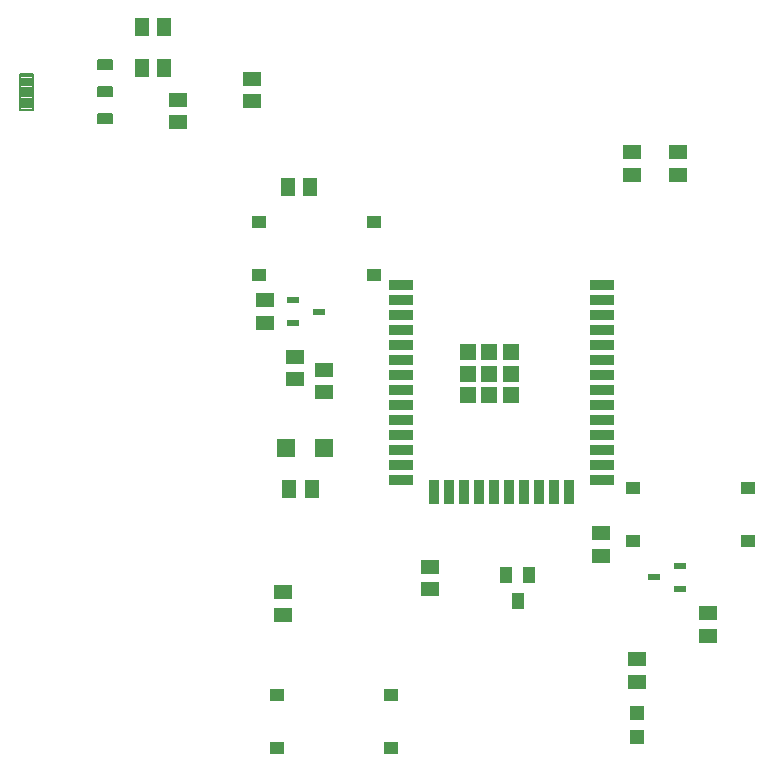
<source format=gbr>
G04 EAGLE Gerber RS-274X export*
G75*
%MOMM*%
%FSLAX34Y34*%
%LPD*%
%INSolderpaste Top*%
%IPPOS*%
%AMOC8*
5,1,8,0,0,1.08239X$1,22.5*%
G01*
%ADD10R,1.300000X1.500000*%
%ADD11R,1.500000X1.300000*%
%ADD12R,1.200000X1.200000*%
%ADD13R,1.500000X1.500000*%
%ADD14R,1.000000X1.400000*%
%ADD15R,1.300000X1.000000*%
%ADD16R,2.000000X0.900000*%
%ADD17R,0.900000X2.000000*%
%ADD18R,1.330000X1.330000*%
%ADD19C,0.139500*%
%ADD20C,0.196500*%
%ADD21R,1.100000X0.600000*%


D10*
X195500Y771200D03*
X214500Y771200D03*
D11*
X226000Y709500D03*
X226000Y690500D03*
D10*
X195500Y736200D03*
X214500Y736200D03*
D11*
X288800Y708200D03*
X288800Y727200D03*
D12*
X614700Y169500D03*
X614700Y190500D03*
D13*
X318000Y414500D03*
X350000Y414500D03*
D14*
X513900Y284800D03*
X504400Y306800D03*
X523400Y306800D03*
D11*
X610300Y646000D03*
X610300Y665000D03*
D10*
X338100Y635300D03*
X319100Y635300D03*
D11*
X584700Y342400D03*
X584700Y323400D03*
X315300Y273400D03*
X315300Y292400D03*
D10*
X320400Y379700D03*
X339400Y379700D03*
D11*
X649700Y664800D03*
X649700Y645800D03*
X325300Y472800D03*
X325300Y491800D03*
X350300Y462000D03*
X350300Y481000D03*
X439700Y313800D03*
X439700Y294800D03*
X615000Y216800D03*
X615000Y235800D03*
D15*
X295000Y560800D03*
X392000Y560800D03*
X295000Y605800D03*
X392000Y605800D03*
X611700Y335800D03*
X708700Y335800D03*
X611700Y380800D03*
X708700Y380800D03*
X310000Y160800D03*
X407000Y160800D03*
X310000Y205800D03*
X407000Y205800D03*
D16*
X415000Y552600D03*
X415000Y539900D03*
X415000Y527200D03*
X415000Y514500D03*
X415000Y501800D03*
X415000Y489100D03*
X415000Y476400D03*
X415000Y463700D03*
X415000Y451000D03*
X415000Y438300D03*
X415000Y425600D03*
X415000Y412900D03*
X415000Y400200D03*
X415000Y387500D03*
D17*
X442850Y377500D03*
X455550Y377500D03*
X468250Y377500D03*
X480950Y377500D03*
X493650Y377500D03*
X506350Y377500D03*
X519050Y377500D03*
X531750Y377500D03*
X544450Y377500D03*
X557150Y377500D03*
D16*
X585000Y387500D03*
X585000Y400200D03*
X585000Y412900D03*
X585000Y425600D03*
X585000Y438300D03*
X585000Y451000D03*
X585000Y463700D03*
X585000Y476400D03*
X585000Y489100D03*
X585000Y501800D03*
X585000Y514500D03*
X585000Y527200D03*
X585000Y539900D03*
X585000Y552600D03*
D18*
X471650Y495950D03*
X490000Y495950D03*
X508350Y495950D03*
X471650Y477600D03*
X490000Y477600D03*
X508350Y477600D03*
X471650Y459250D03*
X490000Y459250D03*
X508350Y459250D03*
D19*
X170503Y697353D02*
X158797Y697353D01*
X170503Y697353D02*
X170503Y689447D01*
X158797Y689447D01*
X158797Y697353D01*
X158797Y690772D02*
X170503Y690772D01*
X170503Y692097D02*
X158797Y692097D01*
X158797Y693422D02*
X170503Y693422D01*
X170503Y694747D02*
X158797Y694747D01*
X158797Y696072D02*
X170503Y696072D01*
X170503Y720253D02*
X158797Y720253D01*
X170503Y720253D02*
X170503Y712347D01*
X158797Y712347D01*
X158797Y720253D01*
X158797Y713672D02*
X170503Y713672D01*
X170503Y714997D02*
X158797Y714997D01*
X158797Y716322D02*
X170503Y716322D01*
X170503Y717647D02*
X158797Y717647D01*
X158797Y718972D02*
X170503Y718972D01*
X170503Y743153D02*
X158797Y743153D01*
X170503Y743153D02*
X170503Y735247D01*
X158797Y735247D01*
X158797Y743153D01*
X158797Y736572D02*
X170503Y736572D01*
X170503Y737897D02*
X158797Y737897D01*
X158797Y739222D02*
X170503Y739222D01*
X170503Y740547D02*
X158797Y740547D01*
X158797Y741872D02*
X170503Y741872D01*
D20*
X103318Y731518D02*
X92182Y731518D01*
X103318Y731518D02*
X103318Y701082D01*
X92182Y701082D01*
X92182Y731518D01*
X92182Y702949D02*
X103318Y702949D01*
X103318Y704816D02*
X92182Y704816D01*
X92182Y706683D02*
X103318Y706683D01*
X103318Y708550D02*
X92182Y708550D01*
X92182Y710417D02*
X103318Y710417D01*
X103318Y712284D02*
X92182Y712284D01*
X92182Y714151D02*
X103318Y714151D01*
X103318Y716018D02*
X92182Y716018D01*
X92182Y717885D02*
X103318Y717885D01*
X103318Y719752D02*
X92182Y719752D01*
X92182Y721619D02*
X103318Y721619D01*
X103318Y723486D02*
X92182Y723486D01*
X92182Y725353D02*
X103318Y725353D01*
X103318Y727220D02*
X92182Y727220D01*
X92182Y729087D02*
X103318Y729087D01*
X103318Y730954D02*
X92182Y730954D01*
D21*
X324000Y539500D03*
X324000Y520500D03*
X346000Y530000D03*
X651000Y295500D03*
X651000Y314500D03*
X629000Y305000D03*
D11*
X300000Y520500D03*
X300000Y539500D03*
X675000Y255500D03*
X675000Y274500D03*
M02*

</source>
